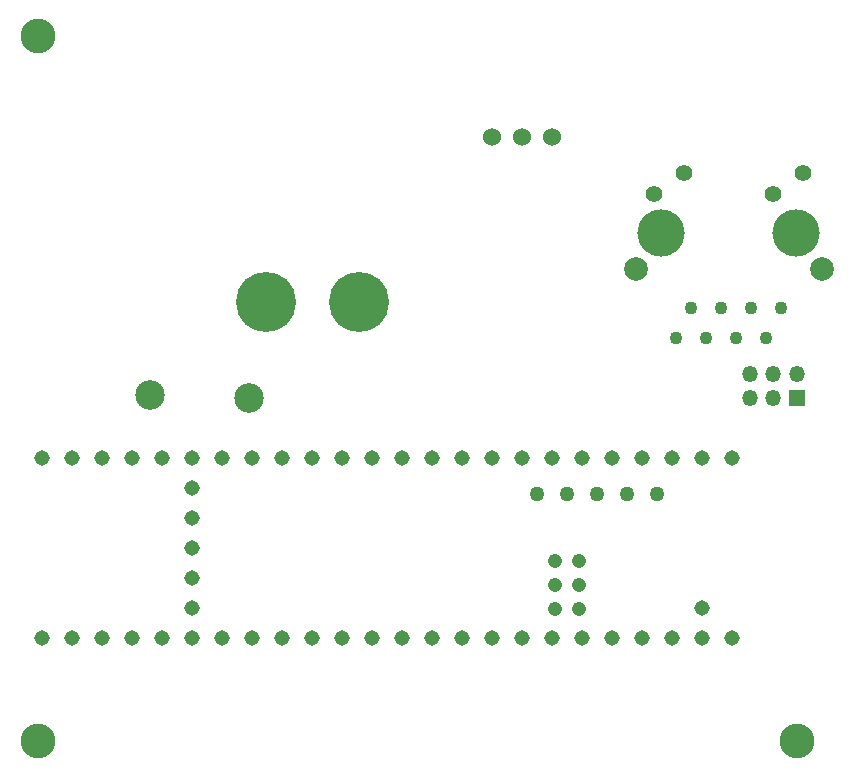
<source format=gbr>
%TF.GenerationSoftware,KiCad,Pcbnew,(5.1.10)-1*%
%TF.CreationDate,2021-12-04T17:03:40-06:00*%
%TF.ProjectId,blackbox_rev1,626c6163-6b62-46f7-985f-726576312e6b,rev?*%
%TF.SameCoordinates,Original*%
%TF.FileFunction,Soldermask,Bot*%
%TF.FilePolarity,Negative*%
%FSLAX46Y46*%
G04 Gerber Fmt 4.6, Leading zero omitted, Abs format (unit mm)*
G04 Created by KiCad (PCBNEW (5.1.10)-1) date 2021-12-04 17:03:40*
%MOMM*%
%LPD*%
G01*
G04 APERTURE LIST*
%ADD10C,1.308000*%
%ADD11C,1.258000*%
%ADD12C,1.208000*%
%ADD13C,2.946400*%
%ADD14O,1.350000X1.350000*%
%ADD15R,1.350000X1.350000*%
%ADD16C,1.524000*%
%ADD17C,2.500000*%
%ADD18C,1.100000*%
%ADD19C,4.000000*%
%ADD20C,1.400000*%
%ADD21C,2.000000*%
%ADD22C,5.080000*%
G04 APERTURE END LIST*
D10*
%TO.C,U1*%
X107061000Y-77597000D03*
X66421000Y-77597000D03*
X61341000Y-62357000D03*
X81661000Y-77597000D03*
X79121000Y-62357000D03*
X71501000Y-62357000D03*
X89281000Y-77597000D03*
X107061000Y-62357000D03*
X74041000Y-62357000D03*
X104521000Y-77597000D03*
X94361000Y-62357000D03*
X99441000Y-62357000D03*
X91821000Y-77597000D03*
X84201000Y-77597000D03*
D11*
X98171000Y-65407000D03*
D10*
X56261000Y-77597000D03*
X68961000Y-62357000D03*
X58801000Y-77597000D03*
X81661000Y-62357000D03*
X86741000Y-62357000D03*
X96901000Y-62357000D03*
D11*
X100711000Y-65407000D03*
D10*
X101981000Y-62357000D03*
X74041000Y-77597000D03*
X63881000Y-77597000D03*
D12*
X101711000Y-71147000D03*
D10*
X91821000Y-62357000D03*
X94361000Y-77597000D03*
X68961000Y-77597000D03*
X63881000Y-62357000D03*
X56261000Y-62357000D03*
X76581000Y-62357000D03*
X66421000Y-62357000D03*
X99441000Y-77597000D03*
X96901000Y-77597000D03*
D11*
X103251000Y-65407000D03*
D10*
X84201000Y-62357000D03*
X76581000Y-77597000D03*
D12*
X101711000Y-73147000D03*
D10*
X61341000Y-77597000D03*
X112141000Y-77597000D03*
X86741000Y-77597000D03*
D11*
X105791000Y-65407000D03*
D10*
X109601000Y-62357000D03*
D11*
X108331000Y-65407000D03*
D10*
X109601000Y-77597000D03*
X101981000Y-77597000D03*
X104521000Y-62357000D03*
X71501000Y-77597000D03*
X58801000Y-62357000D03*
X89281000Y-62357000D03*
X114681000Y-77597000D03*
X68961000Y-69977000D03*
D12*
X99711000Y-73147000D03*
D10*
X68961000Y-72517000D03*
X112141000Y-75057000D03*
X68961000Y-67437000D03*
X112141000Y-62357000D03*
D12*
X101711000Y-75147000D03*
D10*
X68961000Y-75057000D03*
D12*
X99711000Y-71147000D03*
X99711000Y-75147000D03*
D10*
X79121000Y-77597000D03*
X68961000Y-64897000D03*
X114681000Y-62357000D03*
%TD*%
D13*
%TO.C,REF\u002A\u002A*%
X55880000Y-26670000D03*
%TD*%
%TO.C,REF\u002A\u002A*%
X120142000Y-86360000D03*
%TD*%
%TO.C,REF\u002A\u002A*%
X55880000Y-86360000D03*
%TD*%
D14*
%TO.C,Conn2*%
X116160800Y-55295800D03*
X116160800Y-57295800D03*
X118160800Y-55295800D03*
X118160800Y-57295800D03*
X120160800Y-55295800D03*
D15*
X120160800Y-57295800D03*
%TD*%
D16*
%TO.C,U2*%
X99441000Y-35179000D03*
X96901000Y-35179000D03*
X94361000Y-35179000D03*
%TD*%
D17*
%TO.C,TP2*%
X65405000Y-57023000D03*
%TD*%
%TO.C,TP1*%
X73787000Y-57277000D03*
%TD*%
D18*
%TO.C,J1*%
X109929200Y-52243000D03*
X112469200Y-52243000D03*
X115009200Y-52243000D03*
X117549200Y-52243000D03*
X111199200Y-49703000D03*
X113739200Y-49703000D03*
X116279200Y-49703000D03*
X118819200Y-49703000D03*
D19*
X108659200Y-43353000D03*
X120089200Y-43353000D03*
D20*
X110589200Y-38273000D03*
X118159200Y-40063000D03*
X108049200Y-40063000D03*
X120699200Y-38273000D03*
D21*
X122249200Y-46403000D03*
X106499200Y-46403000D03*
%TD*%
D22*
%TO.C,Conn1*%
X75184000Y-49174400D03*
X83058000Y-49174400D03*
%TD*%
M02*

</source>
